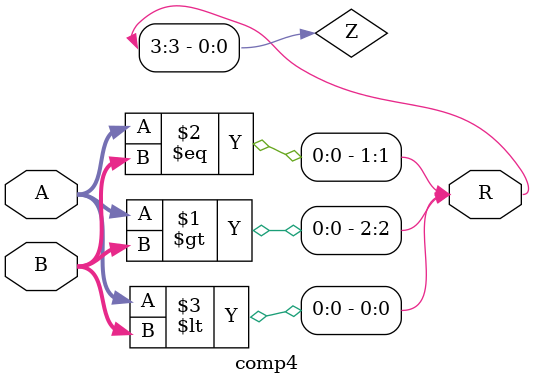
<source format=v>
module comp4 (R,A,B);
	input [3:0] A, B;
	output [3:0] R;
	
	assign R[3] = Z;
	assign R[2] = A > B;
	assign R[1] = A == B;
	assign R[0] = A < B;
endmodule
</source>
